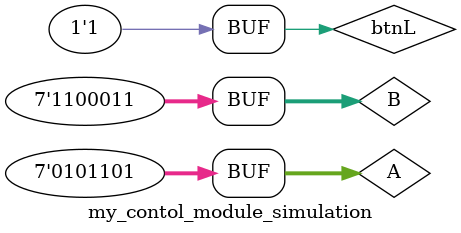
<source format=v>
`timescale 1ns / 1ps


module my_contol_module_simulation(
    );
    
     reg [6:0]A;
     reg [6:0] B;
     reg btnL;
    
    wire [6:0]seg;
    wire [3:0]an;
    wire [15:12]led;
    wire [6:0]SUM;
    
    my_control_module module_alias(btnL, A , B, seg, an, led, SUM);
    
    initial begin
    
       A = 7'b0000011; B = 7'b0000001; btnL = 0; #10;
       A = 7'b0010011; B = 7'b0000101; btnL = 0; #10;
       A = 7'b0100100; B = 7'b0011001; btnL = 0; #10;
       A = 7'b1001011; B = 7'b0100001; btnL = 1; #10;
       A = 7'b0010010; B = 7'b0010101; btnL = 1; #10;
       A = 7'b0101101; B = 7'b1100011; btnL = 1; #10;
       
    end
endmodule

</source>
